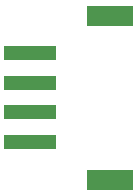
<source format=gtp>
G04 DipTrace 2.4.0.2*
%IN4P-RGB-Strip.gtp*%
%MOMM*%
%ADD16R,4.5X1.3*%
%ADD17R,3.9X1.8*%
%FSLAX53Y53*%
G04*
G71*
G90*
G75*
G01*
%LNTopPaste*%
%LPD*%
D16*
X14572Y16537D3*
Y19037D3*
Y21537D3*
Y24037D3*
D17*
X21372Y13337D3*
Y27237D3*
M02*

</source>
